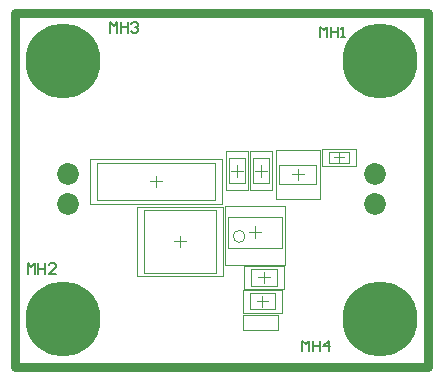
<source format=gbs>
G04*
G04 #@! TF.GenerationSoftware,Altium Limited,Altium Designer,20.2.6 (244)*
G04*
G04 Layer_Color=16711935*
%FSLAX25Y25*%
%MOIN*%
G70*
G04*
G04 #@! TF.SameCoordinates,B85B110F-4335-4BA8-B73C-61F3E7A17BBE*
G04*
G04*
G04 #@! TF.FilePolarity,Negative*
G04*
G01*
G75*
%ADD12C,0.00197*%
%ADD13C,0.00650*%
%ADD14C,0.03000*%
%ADD15C,0.00394*%
%ADD38C,0.25000*%
%ADD39C,0.07284*%
D12*
X69961Y34157D02*
X90039D01*
X69961Y53843D02*
X90039D01*
X69961Y34157D02*
Y53843D01*
X90039Y34157D02*
Y53843D01*
X86976Y72583D02*
X101543D01*
X86976Y56047D02*
X101543D01*
Y72583D01*
X86976Y56047D02*
Y72583D01*
X75961Y18260D02*
X88953D01*
X75961Y25740D02*
X88953D01*
Y18260D02*
Y25740D01*
X75961Y18260D02*
Y25740D01*
X102291Y67244D02*
Y72756D01*
X113709Y67244D02*
Y72756D01*
X102291D02*
X113709D01*
X102291Y67244D02*
X113709D01*
X87559Y12441D02*
Y17559D01*
X76339Y12441D02*
X87559D01*
X76142D02*
Y17559D01*
X76339D02*
X87559D01*
X24953Y54520D02*
X69047D01*
X24953Y69480D02*
X69047D01*
Y54520D02*
Y69480D01*
X24953Y54520D02*
Y69480D01*
X40492Y30386D02*
X69232D01*
X40492Y53614D02*
X69232D01*
Y30386D02*
Y53614D01*
X40492Y30386D02*
Y53614D01*
X76307Y26063D02*
X89693D01*
X76307Y33937D02*
X89693D01*
Y26063D02*
Y33937D01*
X76307Y26063D02*
Y33937D01*
X70260Y59047D02*
Y72039D01*
X77740Y59047D02*
Y72039D01*
X70260Y59047D02*
X77740D01*
X70260Y72039D02*
X77740D01*
X85740Y59047D02*
Y72039D01*
X78260Y59047D02*
Y72039D01*
X85740D01*
X78260Y59047D02*
X85740D01*
D13*
X101699Y110011D02*
Y113510D01*
X102866Y112344D01*
X104032Y113510D01*
Y110011D01*
X105198Y113510D02*
Y110011D01*
Y111760D01*
X107531D01*
Y113510D01*
Y110011D01*
X108697D02*
X109863D01*
X109280D01*
Y113510D01*
X108697Y112927D01*
X4200Y31200D02*
Y34699D01*
X5366Y33533D01*
X6533Y34699D01*
Y31200D01*
X7699Y34699D02*
Y31200D01*
Y32949D01*
X10031D01*
Y34699D01*
Y31200D01*
X13530D02*
X11198D01*
X13530Y33533D01*
Y34116D01*
X12947Y34699D01*
X11781D01*
X11198Y34116D01*
X31661Y111609D02*
Y115108D01*
X32828Y113942D01*
X33994Y115108D01*
Y111609D01*
X35160Y115108D02*
Y111609D01*
Y113358D01*
X37493D01*
Y115108D01*
Y111609D01*
X38659Y114525D02*
X39242Y115108D01*
X40409D01*
X40992Y114525D01*
Y113942D01*
X40409Y113358D01*
X39825D01*
X40409D01*
X40992Y112775D01*
Y112192D01*
X40409Y111609D01*
X39242D01*
X38659Y112192D01*
X95801Y5382D02*
Y8881D01*
X96967Y7715D01*
X98133Y8881D01*
Y5382D01*
X99300Y8881D02*
Y5382D01*
Y7131D01*
X101632D01*
Y8881D01*
Y5382D01*
X104548D02*
Y8881D01*
X102798Y7131D01*
X105131D01*
D14*
X0Y118110D02*
X0Y118110D01*
X137795D01*
Y0D02*
Y118110D01*
X137795Y0D02*
X137795Y0D01*
X0Y0D02*
X137795D01*
X0D02*
Y118110D01*
D15*
X76653Y43695D02*
G03*
X76653Y43695I-1969J0D01*
G01*
X70945Y39955D02*
X89055D01*
X70945Y50191D02*
X89055D01*
X70945Y39955D02*
Y50191D01*
X89055Y39955D02*
Y50191D01*
X88059Y67563D02*
X100461D01*
X88059Y61067D02*
X100461D01*
Y67563D01*
X88059Y61067D02*
Y67563D01*
X78323Y19342D02*
X86591D01*
X78323Y24657D02*
X86591D01*
Y19342D02*
Y24657D01*
X78323Y19342D02*
Y24657D01*
X104654Y68228D02*
Y71772D01*
X111346Y68228D02*
Y71772D01*
X104654D02*
X111346D01*
X104654Y68228D02*
X111346D01*
X27315Y55701D02*
X66685D01*
X27315Y68299D02*
X66685D01*
Y55701D02*
Y68299D01*
X27315Y55701D02*
Y68299D01*
X42854Y31370D02*
X66870D01*
X42854Y52630D02*
X66870D01*
Y31370D02*
Y52630D01*
X42854Y31370D02*
Y52630D01*
X78669Y27146D02*
X87331D01*
X78669Y32854D02*
X87331D01*
Y27146D02*
Y32854D01*
X78669Y27146D02*
Y32854D01*
X71342Y61409D02*
Y69677D01*
X76657Y61409D02*
Y69677D01*
X71342Y61409D02*
X76657D01*
X71342Y69677D02*
X76657D01*
X84658Y61409D02*
Y69677D01*
X79343Y61409D02*
Y69677D01*
X84658D01*
X79343Y61409D02*
X84658D01*
X80000Y43104D02*
Y47041D01*
X78031Y45073D02*
X81968D01*
X94260Y62347D02*
Y66284D01*
X92291Y64315D02*
X96228D01*
X82457Y20031D02*
Y23968D01*
X80488Y22000D02*
X84425D01*
X106228Y70000D02*
X109772D01*
X108000Y68228D02*
Y71772D01*
X47000Y60031D02*
Y63968D01*
X45031Y62000D02*
X48968D01*
X54862Y40031D02*
Y43968D01*
X52894Y42000D02*
X56831D01*
X83000Y28032D02*
Y31969D01*
X81032Y30000D02*
X84969D01*
X72031Y65543D02*
X75968D01*
X74000Y63575D02*
Y67512D01*
X80032Y65543D02*
X83969D01*
X82000Y63575D02*
Y67512D01*
D38*
X121795Y102110D02*
D03*
X16000Y16000D02*
D03*
Y102110D02*
D03*
X121795Y16000D02*
D03*
D39*
X17500Y64424D02*
D03*
Y54424D02*
D03*
X120079Y54339D02*
D03*
Y64339D02*
D03*
M02*

</source>
